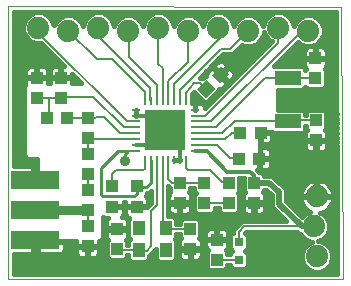
<source format=gtl>
G75*
G70*
%OFA0B0*%
%FSLAX24Y24*%
%IPPOS*%
%LPD*%
%AMOC8*
5,1,8,0,0,1.08239X$1,22.5*
%
%ADD10C,0.0000*%
%ADD11R,0.0315X0.0112*%
%ADD12R,0.0112X0.0315*%
%ADD13R,0.1378X0.1378*%
%ADD14R,0.0394X0.0433*%
%ADD15R,0.0433X0.0394*%
%ADD16R,0.0413X0.0512*%
%ADD17R,0.0866X0.0512*%
%ADD18C,0.0740*%
%ADD19R,0.0315X0.0315*%
%ADD20R,0.1600X0.0600*%
%ADD21C,0.0160*%
%ADD22C,0.0356*%
%ADD23C,0.0080*%
%ADD24C,0.0120*%
%ADD25C,0.0300*%
%ADD26C,0.0200*%
%ADD27C,0.0100*%
D10*
X000176Y000156D02*
X000176Y009251D01*
X011278Y009231D01*
X011318Y000156D01*
X000176Y000156D01*
D11*
X004428Y004428D03*
X004428Y004625D03*
X004428Y004822D03*
X004428Y005019D03*
X004428Y005216D03*
X004428Y005412D03*
X004428Y005609D03*
X004428Y005806D03*
X006396Y005806D03*
X006396Y005609D03*
X006396Y005412D03*
X006396Y005216D03*
X006396Y005019D03*
X006396Y004822D03*
X006396Y004625D03*
X006396Y004428D03*
D12*
X006101Y004133D03*
X005904Y004133D03*
X005708Y004133D03*
X005511Y004133D03*
X005314Y004133D03*
X005117Y004133D03*
X004920Y004133D03*
X004723Y004133D03*
X004723Y006101D03*
X004920Y006101D03*
X005117Y006101D03*
X005314Y006101D03*
X005511Y006101D03*
X005708Y006101D03*
X005904Y006101D03*
X006101Y006101D03*
D13*
X005412Y005117D03*
D14*
X005885Y003365D03*
X005885Y002696D03*
X006711Y002696D03*
X006711Y003365D03*
X007538Y003365D03*
X007538Y002696D03*
X008365Y002696D03*
X008365Y003365D03*
X010431Y004779D03*
X010431Y005448D03*
X010412Y006852D03*
X010412Y007522D03*
X004448Y003247D03*
X004448Y002578D03*
X003641Y002578D03*
X003641Y003247D03*
X002814Y003129D03*
X002814Y003660D03*
X002814Y004330D03*
X002814Y004861D03*
X002814Y005531D03*
X001928Y006200D03*
X001928Y006869D03*
X001121Y006869D03*
X001121Y006200D03*
X002814Y002460D03*
X002814Y001928D03*
X002814Y001259D03*
X003798Y001160D03*
X003798Y001830D03*
X006239Y001830D03*
X006239Y001160D03*
X007124Y001475D03*
X007124Y000806D03*
D15*
X007873Y004172D03*
X008542Y004172D03*
X008582Y005038D03*
X007912Y005038D03*
G36*
X007061Y006507D02*
X006756Y006202D01*
X006477Y006481D01*
X006782Y006786D01*
X007061Y006507D01*
G37*
G36*
X007534Y006980D02*
X007229Y006675D01*
X006950Y006954D01*
X007255Y007259D01*
X007534Y006980D01*
G37*
X002145Y005531D03*
X001475Y005531D03*
D16*
X004526Y001859D03*
X004526Y001131D03*
X005432Y001131D03*
X005432Y001859D03*
D17*
X009507Y005412D03*
X009507Y006869D03*
D18*
X010180Y008436D03*
X009180Y008536D03*
X008180Y008436D03*
X007180Y008536D03*
X006180Y008436D03*
X005180Y008536D03*
X004180Y008436D03*
X003180Y008536D03*
X002180Y008436D03*
X001180Y008536D03*
X010360Y001912D03*
X010460Y000912D03*
X010460Y002912D03*
D19*
X007851Y001397D03*
X007851Y000806D03*
D20*
X001079Y001463D03*
X001079Y002463D03*
X001079Y003463D03*
D21*
X001114Y003533D02*
X001009Y003533D01*
X001009Y003943D01*
X000356Y003943D01*
X000356Y009071D01*
X011099Y009052D01*
X011137Y000336D01*
X000356Y000336D01*
X000356Y000983D01*
X001009Y000983D01*
X001009Y001393D01*
X001149Y001393D01*
X001149Y001485D01*
X001219Y001415D01*
X002437Y001415D01*
X002437Y001277D01*
X002795Y001277D01*
X002795Y001240D01*
X002832Y001240D01*
X002832Y000862D01*
X003034Y000862D01*
X003080Y000875D01*
X003121Y000898D01*
X003155Y000932D01*
X003178Y000973D01*
X003191Y001019D01*
X003191Y001240D01*
X002832Y001240D01*
X002832Y001277D01*
X003191Y001277D01*
X003191Y001415D01*
X003228Y001415D01*
X003334Y001520D01*
X003334Y002217D01*
X003374Y002193D01*
X003420Y002181D01*
X003482Y002181D01*
X003457Y002157D01*
X003433Y002116D01*
X003421Y002070D01*
X003421Y001848D01*
X003780Y001848D01*
X003780Y001811D01*
X003421Y001811D01*
X003421Y001589D01*
X003433Y001544D01*
X003457Y001503D01*
X003491Y001469D01*
X003494Y001467D01*
X003461Y001435D01*
X003461Y000886D01*
X003543Y000804D01*
X004053Y000804D01*
X004135Y000886D01*
X004135Y000951D01*
X004180Y000951D01*
X004180Y000817D01*
X004262Y000735D01*
X004791Y000735D01*
X004873Y000817D01*
X004873Y000938D01*
X004962Y001027D01*
X005085Y001150D01*
X005085Y000817D01*
X005167Y000735D01*
X005697Y000735D01*
X005779Y000817D01*
X005779Y001445D01*
X005728Y001495D01*
X005779Y001545D01*
X005779Y001650D01*
X005902Y001650D01*
X005902Y001555D01*
X005935Y001523D01*
X005932Y001521D01*
X005898Y001487D01*
X005874Y001446D01*
X005862Y001401D01*
X005862Y001179D01*
X006221Y001179D01*
X006221Y001142D01*
X006257Y001142D01*
X006257Y000764D01*
X006460Y000764D01*
X006505Y000776D01*
X006546Y000800D01*
X006580Y000833D01*
X006604Y000874D01*
X006616Y000920D01*
X006616Y001142D01*
X006257Y001142D01*
X006257Y001179D01*
X006616Y001179D01*
X006616Y001401D01*
X006604Y001446D01*
X006580Y001487D01*
X006546Y001521D01*
X006543Y001523D01*
X006576Y001555D01*
X006576Y002104D01*
X006494Y002186D01*
X005984Y002186D01*
X005902Y002104D01*
X005902Y002010D01*
X005779Y002010D01*
X005779Y002173D01*
X005697Y002255D01*
X005494Y002255D01*
X005494Y003246D01*
X005548Y003192D01*
X005548Y003091D01*
X005580Y003058D01*
X005577Y003056D01*
X005544Y003023D01*
X005520Y002982D01*
X005508Y002936D01*
X005508Y002714D01*
X005866Y002714D01*
X005866Y002677D01*
X005903Y002677D01*
X005903Y002299D01*
X006105Y002299D01*
X006151Y002312D01*
X006192Y002335D01*
X008058Y002335D01*
X008099Y002312D01*
X008144Y002299D01*
X008347Y002299D01*
X008347Y002677D01*
X008383Y002677D01*
X008383Y002299D01*
X008586Y002299D01*
X008631Y002312D01*
X008672Y002335D01*
X009193Y002335D01*
X009352Y002177D02*
X006504Y002177D01*
X006457Y002339D02*
X006375Y002421D01*
X006375Y002970D01*
X006435Y003031D01*
X006375Y003091D01*
X006375Y003185D01*
X006222Y003185D01*
X006222Y003091D01*
X006189Y003058D01*
X006192Y003056D01*
X006226Y003023D01*
X006249Y002982D01*
X006262Y002936D01*
X006262Y002714D01*
X005903Y002714D01*
X005903Y002677D01*
X006262Y002677D01*
X006262Y002456D01*
X006249Y002410D01*
X006226Y002369D01*
X006192Y002335D01*
X006262Y002494D02*
X006375Y002494D01*
X006457Y002339D02*
X006966Y002339D01*
X007048Y002421D01*
X007048Y002516D01*
X007201Y002516D01*
X007201Y002421D01*
X007283Y002339D01*
X007793Y002339D01*
X007875Y002421D01*
X007875Y002970D01*
X007815Y003031D01*
X007875Y003091D01*
X007875Y003539D01*
X008028Y003539D01*
X008028Y003091D01*
X008061Y003058D01*
X008058Y003056D01*
X008024Y003023D01*
X008000Y002982D01*
X007988Y002936D01*
X007988Y002714D01*
X008347Y002714D01*
X008347Y002677D01*
X007988Y002677D01*
X007988Y002456D01*
X008000Y002410D01*
X008024Y002369D01*
X008058Y002335D01*
X007988Y002494D02*
X007875Y002494D01*
X007875Y002652D02*
X007988Y002652D01*
X007988Y002811D02*
X007875Y002811D01*
X007875Y002969D02*
X007997Y002969D01*
X008028Y003128D02*
X007875Y003128D01*
X007875Y003286D02*
X008028Y003286D01*
X008028Y003445D02*
X007875Y003445D01*
X008474Y003795D02*
X008547Y003722D01*
X008620Y003722D01*
X008702Y003640D01*
X008702Y003605D01*
X008925Y003605D01*
X009013Y003569D01*
X009080Y003501D01*
X009080Y003501D01*
X009395Y003186D01*
X009432Y003098D01*
X009432Y002776D01*
X009967Y002240D01*
X010071Y002345D01*
X010232Y002411D01*
X010172Y002442D01*
X010102Y002493D01*
X010041Y002554D01*
X009990Y002624D01*
X009951Y002701D01*
X009924Y002784D01*
X009910Y002869D01*
X009910Y002892D01*
X010440Y002892D01*
X010440Y002932D01*
X009910Y002932D01*
X009910Y002956D01*
X009924Y003041D01*
X009951Y003124D01*
X009990Y003201D01*
X010041Y003271D01*
X010102Y003332D01*
X010172Y003383D01*
X010249Y003422D01*
X010332Y003449D01*
X010417Y003462D01*
X010440Y003462D01*
X010440Y002932D01*
X010480Y002932D01*
X011010Y002932D01*
X011010Y002956D01*
X010997Y003041D01*
X010970Y003124D01*
X010931Y003201D01*
X010880Y003271D01*
X010819Y003332D01*
X010749Y003383D01*
X010671Y003422D01*
X010589Y003449D01*
X010504Y003462D01*
X010480Y003462D01*
X010480Y002932D01*
X010480Y002892D01*
X011010Y002892D01*
X011010Y002869D01*
X010997Y002784D01*
X010970Y002701D01*
X010931Y002624D01*
X010880Y002554D01*
X010819Y002493D01*
X010749Y002442D01*
X010671Y002403D01*
X010589Y002376D01*
X010578Y002374D01*
X010649Y002345D01*
X010793Y002201D01*
X010870Y002014D01*
X010870Y001811D01*
X010793Y001624D01*
X010649Y001480D01*
X010510Y001422D01*
X010562Y001422D01*
X010749Y001345D01*
X010893Y001201D01*
X010970Y001014D01*
X010970Y000811D01*
X010893Y000624D01*
X010749Y000480D01*
X010562Y000402D01*
X010359Y000402D01*
X010171Y000480D01*
X010028Y000624D01*
X009950Y000811D01*
X009950Y001014D01*
X010028Y001201D01*
X010171Y001345D01*
X010311Y001402D01*
X010259Y001402D01*
X010071Y001480D01*
X009928Y001624D01*
X009908Y001672D01*
X009820Y001709D01*
X009796Y001732D01*
X008107Y001732D01*
X008068Y001693D01*
X008149Y001612D01*
X008149Y001181D01*
X008069Y001101D01*
X008149Y001022D01*
X008149Y000591D01*
X008067Y000509D01*
X007636Y000509D01*
X007554Y000591D01*
X007554Y000626D01*
X007461Y000626D01*
X007461Y000532D01*
X007379Y000450D01*
X006869Y000450D01*
X006787Y000532D01*
X006787Y001081D01*
X006820Y001113D01*
X006817Y001115D01*
X006783Y001148D01*
X006759Y001189D01*
X006747Y001235D01*
X006747Y001457D01*
X007105Y001457D01*
X007105Y001494D01*
X006747Y001494D01*
X006747Y001716D01*
X006759Y001761D01*
X006783Y001802D01*
X006817Y001836D01*
X006858Y001860D01*
X006903Y001872D01*
X007105Y001872D01*
X007105Y001494D01*
X007142Y001494D01*
X007142Y001872D01*
X007344Y001872D01*
X007390Y001860D01*
X007431Y001836D01*
X007465Y001802D01*
X007488Y001761D01*
X007501Y001716D01*
X007501Y001494D01*
X007142Y001494D01*
X007142Y001457D01*
X007501Y001457D01*
X007501Y001235D01*
X007488Y001189D01*
X007465Y001148D01*
X007431Y001115D01*
X007428Y001113D01*
X007461Y001081D01*
X007461Y000986D01*
X007554Y000986D01*
X007554Y001022D01*
X007634Y001101D01*
X007554Y001181D01*
X007554Y001612D01*
X007636Y001694D01*
X007671Y001694D01*
X007671Y001806D01*
X007852Y001987D01*
X007958Y002092D01*
X009436Y002092D01*
X009056Y002473D01*
X009056Y002473D01*
X008988Y002540D01*
X008952Y002628D01*
X008952Y002951D01*
X008777Y003125D01*
X008702Y003125D01*
X008702Y003091D01*
X008669Y003058D01*
X008672Y003056D01*
X008706Y003023D01*
X008730Y002982D01*
X008742Y002936D01*
X008742Y002714D01*
X008383Y002714D01*
X008383Y002677D01*
X008742Y002677D01*
X008742Y002456D01*
X008730Y002410D01*
X008706Y002369D01*
X008672Y002335D01*
X008742Y002494D02*
X009035Y002494D01*
X008952Y002652D02*
X008742Y002652D01*
X008742Y002811D02*
X008952Y002811D01*
X008933Y002969D02*
X008733Y002969D01*
X008383Y002652D02*
X008347Y002652D01*
X008347Y002494D02*
X008383Y002494D01*
X008383Y002335D02*
X008347Y002335D01*
X007884Y002018D02*
X006576Y002018D01*
X006576Y001860D02*
X006857Y001860D01*
X006747Y001701D02*
X006576Y001701D01*
X006563Y001543D02*
X006747Y001543D01*
X006747Y001384D02*
X006616Y001384D01*
X006616Y001226D02*
X006750Y001226D01*
X006787Y001067D02*
X006616Y001067D01*
X006613Y000909D02*
X006787Y000909D01*
X006787Y000750D02*
X005712Y000750D01*
X005779Y000909D02*
X005865Y000909D01*
X005862Y000920D02*
X005874Y000874D01*
X005898Y000833D01*
X005932Y000800D01*
X005973Y000776D01*
X006018Y000764D01*
X006221Y000764D01*
X006221Y001142D01*
X005862Y001142D01*
X005862Y000920D01*
X005862Y001067D02*
X005779Y001067D01*
X005779Y001226D02*
X005862Y001226D01*
X005862Y001384D02*
X005779Y001384D01*
X005776Y001543D02*
X005915Y001543D01*
X005902Y002018D02*
X005779Y002018D01*
X005775Y002177D02*
X005975Y002177D01*
X005866Y002299D02*
X005866Y002677D01*
X005508Y002677D01*
X005508Y002456D01*
X005520Y002410D01*
X005544Y002369D01*
X005577Y002335D01*
X005618Y002312D01*
X005664Y002299D01*
X005866Y002299D01*
X005866Y002335D02*
X005903Y002335D01*
X005903Y002494D02*
X005866Y002494D01*
X005866Y002652D02*
X005903Y002652D01*
X006262Y002652D02*
X006375Y002652D01*
X006375Y002811D02*
X006262Y002811D01*
X006253Y002969D02*
X006375Y002969D01*
X006375Y003128D02*
X006222Y003128D01*
X005548Y003128D02*
X005494Y003128D01*
X005494Y002969D02*
X005517Y002969D01*
X005508Y002811D02*
X005494Y002811D01*
X005494Y002652D02*
X005508Y002652D01*
X005494Y002494D02*
X005508Y002494D01*
X005494Y002335D02*
X005578Y002335D01*
X004937Y002692D02*
X004865Y002620D01*
X004805Y002559D01*
X004466Y002559D01*
X004466Y002596D01*
X004825Y002596D01*
X004825Y002818D01*
X004812Y002864D01*
X004789Y002905D01*
X004755Y002938D01*
X004752Y002940D01*
X004785Y002973D01*
X004785Y003025D01*
X004852Y003025D01*
X004937Y003109D01*
X004937Y002692D01*
X004897Y002652D02*
X004825Y002652D01*
X004825Y002811D02*
X004937Y002811D01*
X004937Y002969D02*
X004781Y002969D01*
X004429Y002596D02*
X004429Y002559D01*
X004071Y002559D01*
X004071Y002338D01*
X004083Y002292D01*
X004107Y002251D01*
X004140Y002217D01*
X004181Y002193D01*
X004196Y002190D01*
X004180Y002173D01*
X004180Y001545D01*
X004230Y001495D01*
X004180Y001445D01*
X004180Y001311D01*
X004135Y001311D01*
X004135Y001435D01*
X004102Y001467D01*
X004105Y001469D01*
X004139Y001503D01*
X004163Y001544D01*
X004175Y001589D01*
X004175Y001811D01*
X003817Y001811D01*
X003817Y001848D01*
X004175Y001848D01*
X004175Y002070D01*
X004163Y002116D01*
X004139Y002157D01*
X004105Y002190D01*
X004064Y002214D01*
X004019Y002226D01*
X003957Y002226D01*
X003981Y002251D01*
X004005Y002292D01*
X004017Y002338D01*
X004017Y002559D01*
X003659Y002559D01*
X003659Y002596D01*
X004017Y002596D01*
X004017Y002725D01*
X004071Y002725D01*
X004071Y002596D01*
X004429Y002596D01*
X004071Y002652D02*
X004017Y002652D01*
X004017Y002494D02*
X004071Y002494D01*
X004071Y002335D02*
X004017Y002335D01*
X004119Y002177D02*
X004183Y002177D01*
X004175Y002018D02*
X004180Y002018D01*
X004175Y001860D02*
X004180Y001860D01*
X004175Y001701D02*
X004180Y001701D01*
X004182Y001543D02*
X004162Y001543D01*
X004180Y001384D02*
X004135Y001384D01*
X004135Y000909D02*
X004180Y000909D01*
X004247Y000750D02*
X000356Y000750D01*
X000356Y000909D02*
X002496Y000909D01*
X002506Y000898D02*
X002547Y000875D01*
X002593Y000862D01*
X002795Y000862D01*
X002795Y001240D01*
X002437Y001240D01*
X002437Y001019D01*
X002449Y000973D01*
X002473Y000932D01*
X002506Y000898D01*
X002437Y001067D02*
X002031Y001067D01*
X002023Y001052D02*
X002046Y001093D01*
X002059Y001139D01*
X002059Y001393D01*
X001149Y001393D01*
X001149Y000983D01*
X001902Y000983D01*
X001948Y000995D01*
X001989Y001019D01*
X002023Y001052D01*
X002059Y001226D02*
X002437Y001226D01*
X002437Y001384D02*
X002059Y001384D01*
X002795Y001226D02*
X002832Y001226D01*
X002832Y001067D02*
X002795Y001067D01*
X002795Y000909D02*
X002832Y000909D01*
X003132Y000909D02*
X003461Y000909D01*
X003461Y001067D02*
X003191Y001067D01*
X003191Y001226D02*
X003461Y001226D01*
X003461Y001384D02*
X003191Y001384D01*
X003334Y001543D02*
X003434Y001543D01*
X003421Y001701D02*
X003334Y001701D01*
X003334Y001860D02*
X003421Y001860D01*
X003421Y002018D02*
X003334Y002018D01*
X003334Y002177D02*
X003477Y002177D01*
X005003Y001067D02*
X005085Y001067D01*
X005085Y000909D02*
X004873Y000909D01*
X004806Y000750D02*
X005152Y000750D01*
X006221Y000909D02*
X006257Y000909D01*
X006257Y001067D02*
X006221Y001067D01*
X006787Y000592D02*
X000356Y000592D01*
X000356Y000433D02*
X010285Y000433D01*
X010060Y000592D02*
X008149Y000592D01*
X008149Y000750D02*
X009976Y000750D01*
X009950Y000909D02*
X008149Y000909D01*
X008103Y001067D02*
X009972Y001067D01*
X010052Y001226D02*
X008149Y001226D01*
X008149Y001384D02*
X010266Y001384D01*
X010009Y001543D02*
X008149Y001543D01*
X008076Y001701D02*
X009839Y001701D01*
X009872Y002335D02*
X010062Y002335D01*
X010101Y002494D02*
X009714Y002494D01*
X009555Y002652D02*
X009976Y002652D01*
X009920Y002811D02*
X009432Y002811D01*
X009432Y002969D02*
X009912Y002969D01*
X009953Y003128D02*
X009419Y003128D01*
X009295Y003286D02*
X010056Y003286D01*
X010318Y003445D02*
X009137Y003445D01*
X008929Y003603D02*
X011123Y003603D01*
X011123Y003445D02*
X010602Y003445D01*
X010480Y003445D02*
X010440Y003445D01*
X010440Y003286D02*
X010480Y003286D01*
X010480Y003128D02*
X010440Y003128D01*
X010440Y002969D02*
X010480Y002969D01*
X010864Y003286D02*
X011124Y003286D01*
X011125Y003128D02*
X010968Y003128D01*
X011008Y002969D02*
X011126Y002969D01*
X011126Y002811D02*
X011001Y002811D01*
X010945Y002652D02*
X011127Y002652D01*
X011128Y002494D02*
X010819Y002494D01*
X010659Y002335D02*
X011128Y002335D01*
X011129Y002177D02*
X010803Y002177D01*
X010869Y002018D02*
X011130Y002018D01*
X011130Y001860D02*
X010870Y001860D01*
X010825Y001701D02*
X011131Y001701D01*
X011132Y001543D02*
X010712Y001543D01*
X010654Y001384D02*
X011132Y001384D01*
X011133Y001226D02*
X010868Y001226D01*
X010948Y001067D02*
X011134Y001067D01*
X011134Y000909D02*
X010970Y000909D01*
X010945Y000750D02*
X011135Y000750D01*
X011136Y000592D02*
X010861Y000592D01*
X010636Y000433D02*
X011137Y000433D01*
X007671Y001701D02*
X007501Y001701D01*
X007390Y001860D02*
X007725Y001860D01*
X007554Y001543D02*
X007501Y001543D01*
X007501Y001384D02*
X007554Y001384D01*
X007554Y001226D02*
X007498Y001226D01*
X007461Y001067D02*
X007599Y001067D01*
X007554Y000592D02*
X007461Y000592D01*
X007142Y001543D02*
X007105Y001543D01*
X007105Y001701D02*
X007142Y001701D01*
X007142Y001860D02*
X007105Y001860D01*
X007048Y002494D02*
X007201Y002494D01*
X008474Y003795D02*
X008524Y003795D01*
X008524Y004154D01*
X008561Y004154D01*
X008561Y004191D01*
X008939Y004191D01*
X008939Y004393D01*
X008926Y004439D01*
X008903Y004480D01*
X008869Y004513D01*
X008828Y004537D01*
X008782Y004549D01*
X008561Y004549D01*
X008561Y004191D01*
X008524Y004191D01*
X008524Y004310D01*
X008554Y004340D01*
X008554Y004662D01*
X008563Y004662D01*
X008563Y005020D01*
X008600Y005020D01*
X008600Y005057D01*
X008975Y005057D01*
X009016Y005016D01*
X009998Y005016D01*
X010080Y005099D01*
X010080Y005268D01*
X010094Y005268D01*
X010094Y005173D01*
X010127Y005141D01*
X010124Y005139D01*
X010090Y005106D01*
X010066Y005065D01*
X010054Y005019D01*
X010054Y004797D01*
X010413Y004797D01*
X010413Y004760D01*
X010449Y004760D01*
X010449Y004382D01*
X010652Y004382D01*
X010697Y004394D01*
X010738Y004418D01*
X010772Y004452D01*
X010796Y004493D01*
X010808Y004538D01*
X010808Y004760D01*
X010449Y004760D01*
X010449Y004797D01*
X010808Y004797D01*
X010808Y005019D01*
X010796Y005065D01*
X010772Y005106D01*
X010738Y005139D01*
X010735Y005141D01*
X010768Y005173D01*
X010768Y005723D01*
X010686Y005805D01*
X010176Y005805D01*
X010094Y005723D01*
X010094Y005628D01*
X010080Y005628D01*
X010080Y005726D01*
X009998Y005808D01*
X009154Y005808D01*
X009154Y006473D01*
X009998Y006473D01*
X010080Y006555D01*
X010080Y006573D01*
X010157Y006496D01*
X010667Y006496D01*
X010749Y006578D01*
X010749Y007127D01*
X010717Y007159D01*
X010720Y007161D01*
X010753Y007194D01*
X010777Y007236D01*
X010789Y007281D01*
X010789Y007503D01*
X010431Y007503D01*
X010431Y007540D01*
X010789Y007540D01*
X010789Y007762D01*
X010777Y007808D01*
X010753Y007849D01*
X010720Y007882D01*
X010679Y007906D01*
X010633Y007918D01*
X010431Y007918D01*
X010431Y007540D01*
X010394Y007540D01*
X010394Y007918D01*
X010192Y007918D01*
X010146Y007906D01*
X010105Y007882D01*
X010071Y007849D01*
X010048Y007808D01*
X010035Y007762D01*
X010035Y007540D01*
X010394Y007540D01*
X010394Y007503D01*
X010035Y007503D01*
X010035Y007281D01*
X010048Y007236D01*
X010071Y007194D01*
X010105Y007161D01*
X010108Y007159D01*
X010080Y007131D01*
X010080Y007183D01*
X009998Y007265D01*
X009035Y007265D01*
X009833Y008062D01*
X009891Y008004D01*
X010079Y007926D01*
X010281Y007926D01*
X010469Y008004D01*
X010612Y008148D01*
X010690Y008335D01*
X010690Y008538D01*
X010612Y008725D01*
X010469Y008869D01*
X010281Y008946D01*
X010079Y008946D01*
X009891Y008869D01*
X009748Y008725D01*
X009690Y008586D01*
X009690Y008638D01*
X009612Y008825D01*
X009469Y008969D01*
X009281Y009046D01*
X009079Y009046D01*
X008891Y008969D01*
X008748Y008825D01*
X008670Y008638D01*
X008670Y008586D01*
X008612Y008725D01*
X008469Y008869D01*
X008281Y008946D01*
X008079Y008946D01*
X007891Y008869D01*
X007748Y008725D01*
X007690Y008586D01*
X007690Y008638D01*
X007612Y008825D01*
X007469Y008969D01*
X007281Y009046D01*
X007079Y009046D01*
X006891Y008969D01*
X006748Y008825D01*
X006670Y008638D01*
X006670Y008586D01*
X006612Y008725D01*
X006469Y008869D01*
X006281Y008946D01*
X006079Y008946D01*
X005891Y008869D01*
X005748Y008725D01*
X005690Y008586D01*
X005690Y008638D01*
X005612Y008825D01*
X005469Y008969D01*
X005281Y009046D01*
X005079Y009046D01*
X004891Y008969D01*
X004748Y008825D01*
X004670Y008638D01*
X004670Y008586D01*
X004612Y008725D01*
X004469Y008869D01*
X004281Y008946D01*
X004079Y008946D01*
X003891Y008869D01*
X003748Y008725D01*
X003690Y008586D01*
X003690Y008638D01*
X003612Y008825D01*
X003469Y008969D01*
X003281Y009046D01*
X003079Y009046D01*
X002891Y008969D01*
X002748Y008825D01*
X002670Y008638D01*
X002670Y008586D01*
X002612Y008725D01*
X002469Y008869D01*
X002281Y008946D01*
X002079Y008946D01*
X001891Y008869D01*
X001748Y008725D01*
X001702Y008615D01*
X001690Y008615D01*
X001690Y008638D01*
X001612Y008825D01*
X001469Y008969D01*
X001281Y009046D01*
X001079Y009046D01*
X000891Y008969D01*
X000748Y008825D01*
X000670Y008638D01*
X000670Y008435D01*
X000748Y008248D01*
X000891Y008104D01*
X001079Y008026D01*
X001264Y008026D01*
X002025Y007266D01*
X001946Y007266D01*
X001946Y006888D01*
X001910Y006888D01*
X001910Y007266D01*
X001707Y007266D01*
X001662Y007253D01*
X001621Y007230D01*
X001587Y007196D01*
X001563Y007155D01*
X001551Y007109D01*
X001551Y006888D01*
X001910Y006888D01*
X001910Y006851D01*
X001551Y006851D01*
X001551Y006695D01*
X001498Y006695D01*
X001498Y006851D01*
X001139Y006851D01*
X001139Y006888D01*
X001102Y006888D01*
X001102Y007266D01*
X000900Y007266D01*
X000855Y007253D01*
X000814Y007230D01*
X000780Y007196D01*
X000756Y007155D01*
X000744Y007109D01*
X000744Y006888D01*
X001102Y006888D01*
X001102Y006851D01*
X000744Y006851D01*
X000744Y006640D01*
X000694Y006589D01*
X000694Y004280D01*
X000799Y004175D01*
X001114Y004175D01*
X001114Y003533D01*
X001114Y003603D02*
X001009Y003603D01*
X001009Y003762D02*
X001114Y003762D01*
X001114Y003920D02*
X001009Y003920D01*
X001114Y004079D02*
X000356Y004079D01*
X000356Y004237D02*
X000736Y004237D01*
X000694Y004396D02*
X000356Y004396D01*
X000356Y004554D02*
X000694Y004554D01*
X000694Y004713D02*
X000356Y004713D01*
X000356Y004871D02*
X000694Y004871D01*
X000694Y005030D02*
X000356Y005030D01*
X000356Y005188D02*
X000694Y005188D01*
X000694Y005347D02*
X000356Y005347D01*
X000356Y005505D02*
X000694Y005505D01*
X000694Y005664D02*
X000356Y005664D01*
X000356Y005822D02*
X000694Y005822D01*
X000694Y005981D02*
X000356Y005981D01*
X000356Y006139D02*
X000694Y006139D01*
X000694Y006298D02*
X000356Y006298D01*
X000356Y006456D02*
X000694Y006456D01*
X000719Y006615D02*
X000356Y006615D01*
X000356Y006773D02*
X000744Y006773D01*
X000744Y006932D02*
X000356Y006932D01*
X000356Y007090D02*
X000744Y007090D01*
X000846Y007249D02*
X000356Y007249D01*
X000356Y007407D02*
X001883Y007407D01*
X001725Y007566D02*
X000356Y007566D01*
X000356Y007724D02*
X001566Y007724D01*
X001408Y007883D02*
X000356Y007883D01*
X000356Y008041D02*
X001043Y008041D01*
X000795Y008200D02*
X000356Y008200D01*
X000356Y008358D02*
X000702Y008358D01*
X000670Y008517D02*
X000356Y008517D01*
X000356Y008675D02*
X000685Y008675D01*
X000756Y008834D02*
X000356Y008834D01*
X000356Y008992D02*
X000947Y008992D01*
X001412Y008992D02*
X002947Y008992D01*
X002756Y008834D02*
X002504Y008834D01*
X002633Y008675D02*
X002685Y008675D01*
X003412Y008992D02*
X004947Y008992D01*
X004756Y008834D02*
X004504Y008834D01*
X004633Y008675D02*
X004685Y008675D01*
X005412Y008992D02*
X006947Y008992D01*
X006756Y008834D02*
X006504Y008834D01*
X006633Y008675D02*
X006685Y008675D01*
X007412Y008992D02*
X008947Y008992D01*
X008756Y008834D02*
X008504Y008834D01*
X008633Y008675D02*
X008685Y008675D01*
X008690Y008387D02*
X008748Y008248D01*
X008891Y008104D01*
X008948Y008081D01*
X006734Y005867D01*
X006734Y005886D01*
X006722Y005932D01*
X006698Y005973D01*
X006665Y006006D01*
X006623Y006030D01*
X006578Y006042D01*
X006397Y006042D01*
X006397Y005806D01*
X006396Y005806D01*
X006396Y006042D01*
X006297Y006042D01*
X006297Y006312D01*
X006364Y006394D01*
X006697Y006061D01*
X006813Y006061D01*
X007201Y006450D01*
X007201Y006496D01*
X007205Y006495D01*
X007252Y006495D01*
X007298Y006507D01*
X007339Y006531D01*
X007496Y006687D01*
X007242Y006941D01*
X007268Y006967D01*
X007522Y006714D01*
X007679Y006870D01*
X007702Y006911D01*
X007715Y006957D01*
X007715Y007005D01*
X007702Y007050D01*
X007679Y007091D01*
X007536Y007234D01*
X007268Y006967D01*
X007242Y006993D01*
X007216Y006967D01*
X006963Y007220D01*
X006806Y007064D01*
X006782Y007023D01*
X006770Y006977D01*
X006770Y006929D01*
X006771Y006926D01*
X006725Y006926D01*
X006661Y006862D01*
X006648Y006875D01*
X006643Y006875D01*
X006640Y006878D01*
X006569Y006875D01*
X006558Y006875D01*
X007337Y007654D01*
X007652Y007654D01*
X007970Y007972D01*
X008079Y007926D01*
X008281Y007926D01*
X008469Y008004D01*
X008612Y008148D01*
X008690Y008335D01*
X008690Y008387D01*
X008690Y008358D02*
X008702Y008358D01*
X008634Y008200D02*
X008795Y008200D01*
X008908Y008041D02*
X008506Y008041D01*
X008750Y007883D02*
X007881Y007883D01*
X007722Y007724D02*
X008591Y007724D01*
X008433Y007566D02*
X007249Y007566D01*
X007233Y007439D02*
X007187Y007427D01*
X007146Y007403D01*
X006989Y007246D01*
X007242Y006993D01*
X007510Y007260D01*
X007367Y007403D01*
X007326Y007427D01*
X007280Y007439D01*
X007233Y007439D01*
X007152Y007407D02*
X007091Y007407D01*
X006991Y007249D02*
X006932Y007249D01*
X006833Y007090D02*
X006774Y007090D01*
X006770Y006932D02*
X006615Y006932D01*
X007093Y007090D02*
X007145Y007090D01*
X007252Y006932D02*
X007304Y006932D01*
X007339Y007090D02*
X007392Y007090D01*
X007498Y007249D02*
X008116Y007249D01*
X008274Y007407D02*
X007360Y007407D01*
X007680Y007090D02*
X007957Y007090D01*
X007799Y006932D02*
X007708Y006932D01*
X007640Y006773D02*
X007581Y006773D01*
X007462Y006773D02*
X007410Y006773D01*
X007423Y006615D02*
X007482Y006615D01*
X007323Y006456D02*
X007201Y006456D01*
X007165Y006298D02*
X007049Y006298D01*
X007006Y006139D02*
X006891Y006139D01*
X006848Y005981D02*
X006690Y005981D01*
X006620Y006139D02*
X006297Y006139D01*
X006297Y006298D02*
X006461Y006298D01*
X006396Y005981D02*
X006397Y005981D01*
X006396Y005822D02*
X006397Y005822D01*
X005941Y005197D02*
X005492Y005197D01*
X005492Y005665D01*
X005332Y005665D01*
X005332Y005197D01*
X004864Y005197D01*
X004864Y005037D01*
X005332Y005037D01*
X005332Y005197D01*
X005492Y005197D01*
X005492Y005037D01*
X005492Y004588D01*
X005332Y004588D01*
X005332Y005037D01*
X005492Y005037D01*
X005941Y005037D01*
X005941Y005197D01*
X005941Y005188D02*
X005492Y005188D01*
X005492Y005030D02*
X005332Y005030D01*
X005332Y004871D02*
X005492Y004871D01*
X005492Y004713D02*
X005332Y004713D01*
X005332Y005188D02*
X004864Y005188D01*
X005332Y005347D02*
X005492Y005347D01*
X005492Y005505D02*
X005332Y005505D01*
X005332Y005664D02*
X005492Y005664D01*
X004428Y005664D02*
X004428Y005664D01*
X004428Y005609D02*
X004428Y005795D01*
X004428Y005795D01*
X004428Y005609D01*
X004428Y005609D01*
X005708Y004133D02*
X005904Y004133D01*
X005904Y004133D01*
X005708Y004133D01*
X005708Y004133D01*
X008524Y004079D02*
X008561Y004079D01*
X008561Y004154D02*
X008561Y003795D01*
X008782Y003795D01*
X008828Y003808D01*
X008869Y003831D01*
X008903Y003865D01*
X008926Y003906D01*
X008939Y003952D01*
X008939Y004154D01*
X008561Y004154D01*
X008561Y004237D02*
X008524Y004237D01*
X008554Y004396D02*
X008561Y004396D01*
X008554Y004554D02*
X010054Y004554D01*
X010054Y004538D02*
X010066Y004493D01*
X010090Y004452D01*
X010124Y004418D01*
X010165Y004394D01*
X010210Y004382D01*
X010413Y004382D01*
X010413Y004760D01*
X010054Y004760D01*
X010054Y004538D01*
X010163Y004396D02*
X008938Y004396D01*
X008939Y004237D02*
X011120Y004237D01*
X011121Y004079D02*
X008939Y004079D01*
X008930Y003920D02*
X011121Y003920D01*
X011122Y003762D02*
X008507Y003762D01*
X008524Y003920D02*
X008561Y003920D01*
X008600Y004662D02*
X008822Y004662D01*
X008868Y004674D01*
X008909Y004698D01*
X008942Y004731D01*
X008966Y004772D01*
X008978Y004818D01*
X008978Y005020D01*
X008600Y005020D01*
X008600Y004662D01*
X008600Y004713D02*
X008563Y004713D01*
X008563Y004871D02*
X008600Y004871D01*
X008600Y005030D02*
X009003Y005030D01*
X008978Y004871D02*
X010054Y004871D01*
X010057Y005030D02*
X010011Y005030D01*
X010080Y005188D02*
X010094Y005188D01*
X010080Y005664D02*
X010094Y005664D01*
X010768Y005664D02*
X011114Y005664D01*
X011113Y005822D02*
X009154Y005822D01*
X009154Y005981D02*
X011112Y005981D01*
X011112Y006139D02*
X009154Y006139D01*
X009154Y006298D02*
X011111Y006298D01*
X011110Y006456D02*
X009154Y006456D01*
X010014Y007249D02*
X010044Y007249D01*
X010035Y007407D02*
X009177Y007407D01*
X009336Y007566D02*
X010035Y007566D01*
X010035Y007724D02*
X009494Y007724D01*
X009653Y007883D02*
X010106Y007883D01*
X010394Y007883D02*
X010431Y007883D01*
X010506Y008041D02*
X011104Y008041D01*
X011104Y007883D02*
X010719Y007883D01*
X010789Y007724D02*
X011105Y007724D01*
X011106Y007566D02*
X010789Y007566D01*
X010789Y007407D02*
X011106Y007407D01*
X011107Y007249D02*
X010780Y007249D01*
X010749Y007090D02*
X011108Y007090D01*
X011108Y006932D02*
X010749Y006932D01*
X010749Y006773D02*
X011109Y006773D01*
X011110Y006615D02*
X010749Y006615D01*
X010431Y007566D02*
X010394Y007566D01*
X010394Y007724D02*
X010431Y007724D01*
X010634Y008200D02*
X011103Y008200D01*
X011102Y008358D02*
X010690Y008358D01*
X010690Y008517D02*
X011101Y008517D01*
X011101Y008675D02*
X010633Y008675D01*
X010504Y008834D02*
X011100Y008834D01*
X011099Y008992D02*
X009412Y008992D01*
X009604Y008834D02*
X009856Y008834D01*
X009727Y008675D02*
X009675Y008675D01*
X009811Y008041D02*
X009854Y008041D01*
X007856Y008834D02*
X007604Y008834D01*
X007675Y008675D02*
X007727Y008675D01*
X005856Y008834D02*
X005604Y008834D01*
X005675Y008675D02*
X005727Y008675D01*
X003856Y008834D02*
X003604Y008834D01*
X003675Y008675D02*
X003727Y008675D01*
X001946Y007249D02*
X001910Y007249D01*
X001910Y007090D02*
X001946Y007090D01*
X001946Y006932D02*
X001910Y006932D01*
X001946Y006888D02*
X002305Y006888D01*
X002305Y006986D01*
X002596Y006695D01*
X002305Y006695D01*
X002305Y006851D01*
X001946Y006851D01*
X001946Y006888D01*
X002305Y006932D02*
X002359Y006932D01*
X002305Y006773D02*
X002517Y006773D01*
X001653Y007249D02*
X001395Y007249D01*
X001387Y007253D02*
X001341Y007266D01*
X001139Y007266D01*
X001139Y006888D01*
X001498Y006888D01*
X001498Y007109D01*
X001485Y007155D01*
X001462Y007196D01*
X001428Y007230D01*
X001387Y007253D01*
X001498Y007090D02*
X001551Y007090D01*
X001551Y006932D02*
X001498Y006932D01*
X001498Y006773D02*
X001551Y006773D01*
X001139Y006932D02*
X001102Y006932D01*
X001102Y007090D02*
X001139Y007090D01*
X001139Y007249D02*
X001102Y007249D01*
X001675Y008675D02*
X001727Y008675D01*
X001604Y008834D02*
X001856Y008834D01*
X008924Y004713D02*
X010054Y004713D01*
X010413Y004713D02*
X010449Y004713D01*
X010449Y004554D02*
X010413Y004554D01*
X010413Y004396D02*
X010449Y004396D01*
X010699Y004396D02*
X011119Y004396D01*
X011119Y004554D02*
X010808Y004554D01*
X010808Y004713D02*
X011118Y004713D01*
X011117Y004871D02*
X010808Y004871D01*
X010805Y005030D02*
X011117Y005030D01*
X011116Y005188D02*
X010768Y005188D01*
X010768Y005347D02*
X011115Y005347D01*
X011115Y005505D02*
X010768Y005505D01*
X001149Y001384D02*
X001009Y001384D01*
X001009Y001226D02*
X001149Y001226D01*
X001149Y001067D02*
X001009Y001067D01*
D22*
X000885Y000747D03*
X001515Y000747D03*
X002184Y000747D03*
X003286Y000668D03*
X004172Y000649D03*
X004979Y000668D03*
X006233Y000565D03*
X006809Y002125D03*
X007261Y002125D03*
X007733Y002125D03*
X008573Y001405D03*
X009233Y001405D03*
X009353Y000505D03*
X009430Y003578D03*
X009430Y004183D03*
X010114Y003979D03*
X010828Y003951D03*
X009441Y004770D03*
X010924Y006219D03*
X009546Y007440D03*
X008319Y007715D03*
X007988Y007376D03*
X007516Y007500D03*
X005845Y005550D03*
X005412Y005550D03*
X004979Y005550D03*
X004979Y005117D03*
X004979Y004684D03*
X005412Y004684D03*
X005412Y005117D03*
X005845Y005117D03*
X005845Y004684D03*
X004074Y004094D03*
X000527Y004177D03*
X000505Y005218D03*
X000505Y006439D03*
X000727Y007597D03*
X001278Y007597D03*
X010885Y007912D03*
D23*
X010180Y008436D02*
X010089Y008345D01*
X009861Y008345D01*
X006928Y005412D01*
X006396Y005412D01*
X006396Y005216D02*
X007085Y005216D01*
X008739Y006869D01*
X009507Y006869D01*
X010395Y006869D01*
X010412Y006852D01*
X009507Y006869D02*
X009507Y006869D01*
X009152Y008031D02*
X009152Y008509D01*
X009180Y008536D01*
X009152Y008031D02*
X006731Y005609D01*
X006396Y005609D01*
X006101Y006101D02*
X006101Y006357D01*
X006376Y006692D01*
X006514Y006692D01*
X006574Y006695D01*
X006568Y006695D01*
X006769Y006494D01*
X005904Y006475D02*
X005904Y006101D01*
X005708Y006101D02*
X005708Y006672D01*
X007184Y008149D01*
X007184Y008532D01*
X007180Y008536D01*
X007263Y007834D02*
X007577Y007834D01*
X008180Y008436D01*
X007263Y007834D02*
X005904Y006475D01*
X005511Y006751D02*
X006160Y007401D01*
X006160Y008417D01*
X006180Y008436D01*
X005180Y008536D02*
X005176Y008532D01*
X005176Y007322D01*
X005314Y007184D01*
X005314Y006101D01*
X005511Y006101D02*
X005511Y006751D01*
X005117Y006633D02*
X004192Y007558D01*
X004192Y008425D01*
X004180Y008436D01*
X003180Y008536D02*
X003168Y008525D01*
X003168Y008267D01*
X004900Y006534D01*
X004900Y006121D01*
X004920Y006101D01*
X005117Y006101D02*
X005117Y006633D01*
X004723Y006397D02*
X003641Y007479D01*
X003137Y007479D01*
X002180Y008436D01*
X001180Y008365D02*
X004133Y005412D01*
X004428Y005412D01*
X004428Y005412D01*
X004428Y005216D02*
X004015Y005216D01*
X003011Y006219D01*
X001928Y006219D01*
X001928Y006200D01*
X001495Y006200D01*
X001515Y006180D01*
X001515Y005668D01*
X001456Y005609D01*
X001475Y005531D01*
X002145Y005531D02*
X002814Y005531D01*
X003365Y005550D01*
X003896Y005019D01*
X004428Y005019D01*
X004428Y005019D01*
X004428Y004822D02*
X002853Y004822D01*
X002814Y004861D01*
X002814Y004330D01*
X002814Y003660D02*
X002814Y003129D01*
X002814Y002460D02*
X002814Y001928D01*
X003798Y001160D02*
X003828Y001131D01*
X004526Y001131D01*
X004556Y001101D01*
X004782Y001101D01*
X004940Y001259D01*
X004940Y002440D01*
X005117Y002617D01*
X005117Y004133D01*
X005314Y004133D02*
X005314Y001977D01*
X005432Y001859D01*
X005461Y001830D01*
X006239Y001830D01*
X006711Y002696D02*
X007538Y002696D01*
X007538Y003365D02*
X007519Y003385D01*
X007302Y003385D01*
X006908Y003779D01*
X006180Y003779D01*
X006101Y003857D01*
X006101Y004133D01*
X006396Y004625D02*
X007125Y004625D01*
X007558Y004192D01*
X007853Y004192D01*
X007873Y004172D01*
X007400Y004822D02*
X007617Y005038D01*
X007912Y005038D01*
X007912Y005038D01*
X007714Y005435D02*
X009485Y005435D01*
X009507Y005412D01*
X009542Y005448D01*
X010431Y005448D01*
X009507Y005412D02*
X009507Y005570D01*
X007714Y005435D02*
X007298Y005019D01*
X006396Y005019D01*
X006396Y004822D02*
X007400Y004822D01*
X006711Y003365D02*
X005885Y003365D01*
X005629Y003365D01*
X005511Y003483D01*
X005511Y004113D01*
X005511Y004113D01*
X005511Y004133D01*
X004723Y004133D02*
X004723Y003838D01*
X004664Y003779D01*
X003759Y003779D01*
X003641Y003660D01*
X003641Y003247D01*
X004428Y003247D02*
X004448Y003247D01*
X004448Y003267D01*
X004428Y004428D02*
X004174Y004428D01*
X005373Y005117D02*
X005412Y005117D01*
X005373Y005117D01*
X004723Y006101D02*
X004723Y006397D01*
X001495Y006200D02*
X001121Y006200D01*
X001180Y008365D02*
X001180Y008536D01*
X007851Y001731D02*
X008032Y001912D01*
X010137Y001912D01*
X007851Y001731D02*
X007851Y001397D01*
X007851Y000806D02*
X007124Y000806D01*
D24*
X008365Y003365D02*
X008365Y003621D01*
X008247Y003739D01*
X007479Y003739D01*
X006790Y004428D01*
X006397Y004428D01*
X006396Y004428D01*
X005904Y004625D02*
X005904Y004133D01*
X005904Y004625D02*
X005845Y004684D01*
X004979Y004684D02*
X004920Y004625D01*
X004428Y004625D01*
X004428Y005609D02*
X004428Y005806D01*
X004428Y005609D02*
X004920Y005609D01*
X004979Y005550D01*
D25*
X002814Y002460D02*
X001145Y002460D01*
X001079Y002463D01*
D26*
X008365Y003365D02*
X008365Y003365D01*
X008877Y003365D01*
X009192Y003050D01*
X009192Y002676D01*
X009956Y001912D01*
X010137Y001912D01*
X010360Y001912D01*
D27*
X004920Y003361D02*
X004774Y003215D01*
X004480Y003215D01*
X004448Y003247D01*
X004448Y002991D01*
X004371Y002915D01*
X003334Y002915D01*
X003274Y002975D01*
X003274Y003875D01*
X003827Y004428D01*
X004174Y004428D01*
X004074Y004328D01*
X004074Y004094D01*
X004920Y004133D02*
X004920Y003361D01*
M02*

</source>
